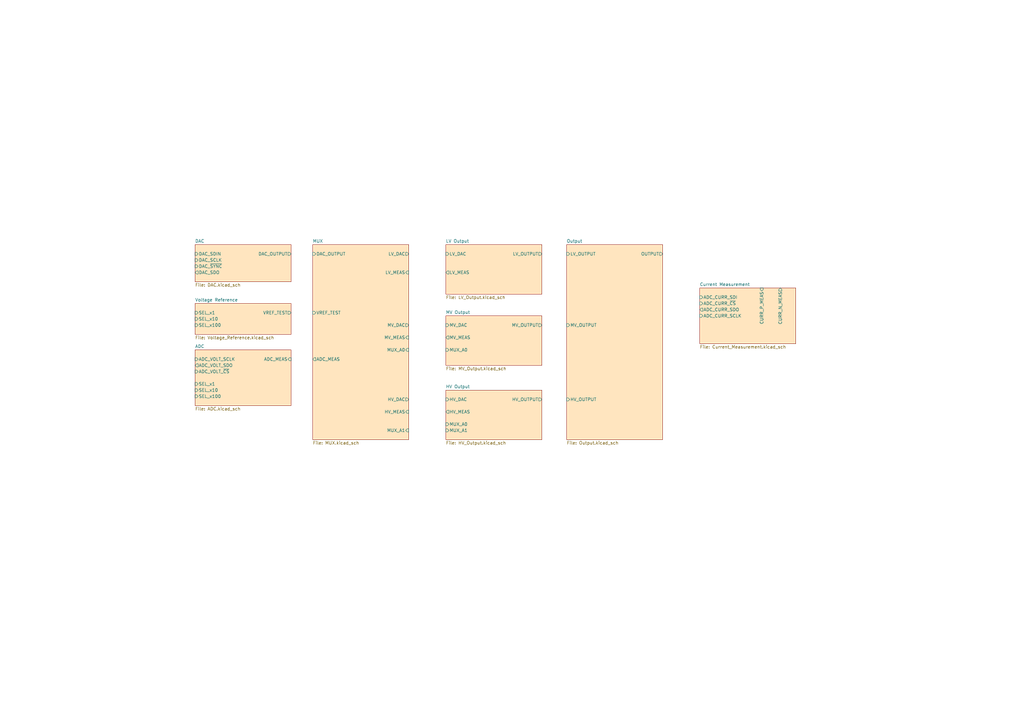
<source format=kicad_sch>
(kicad_sch
	(version 20250114)
	(generator "eeschema")
	(generator_version "9.0")
	(uuid "a6a418c2-1972-4bc7-8377-7dfac85becfb")
	(paper "A3")
	(lib_symbols)
	(sheet
		(at 182.88 100.33)
		(size 39.37 20.32)
		(exclude_from_sim no)
		(in_bom yes)
		(on_board yes)
		(dnp no)
		(fields_autoplaced yes)
		(stroke
			(width 0.1524)
			(type solid)
		)
		(fill
			(color 255 229 191 1.0000)
		)
		(uuid "0898eb57-afff-4e93-82f5-5379cc95a973")
		(property "Sheetname" "LV Output"
			(at 182.88 99.6184 0)
			(effects
				(font
					(size 1.27 1.27)
				)
				(justify left bottom)
			)
		)
		(property "Sheetfile" "LV_Output.kicad_sch"
			(at 182.88 121.2346 0)
			(effects
				(font
					(size 1.27 1.27)
				)
				(justify left top)
			)
		)
		(pin "LV_OUTPUT" output
			(at 222.25 104.14 0)
			(uuid "bf613c68-e370-44df-8834-c7d0887cddc1")
			(effects
				(font
					(size 1.27 1.27)
				)
				(justify right)
			)
		)
		(pin "LV_DAC" input
			(at 182.88 104.14 180)
			(uuid "cd08d2e6-6196-4d8a-a7fe-e91bb4c02b7d")
			(effects
				(font
					(size 1.27 1.27)
				)
				(justify left)
			)
		)
		(pin "LV_MEAS" output
			(at 182.88 111.76 180)
			(uuid "f9a71a1f-060a-49f0-942b-c2a1cee493b0")
			(effects
				(font
					(size 1.27 1.27)
				)
				(justify left)
			)
		)
		(instances
			(project "ETH1CVOLT_B"
				(path "/18612734-e331-4379-b1d3-176cfdcf99d5/b64e35a5-c86f-43a6-acb5-469d75a46b72"
					(page "6")
				)
			)
		)
	)
	(sheet
		(at 182.88 129.54)
		(size 39.37 20.32)
		(exclude_from_sim no)
		(in_bom yes)
		(on_board yes)
		(dnp no)
		(fields_autoplaced yes)
		(stroke
			(width 0.1524)
			(type solid)
		)
		(fill
			(color 255 229 191 1.0000)
		)
		(uuid "1057ce79-fecf-4d24-b933-5c82b89cf20b")
		(property "Sheetname" "MV Output"
			(at 182.88 128.8284 0)
			(effects
				(font
					(size 1.27 1.27)
				)
				(justify left bottom)
			)
		)
		(property "Sheetfile" "MV_Output.kicad_sch"
			(at 182.88 150.4446 0)
			(effects
				(font
					(size 1.27 1.27)
				)
				(justify left top)
			)
		)
		(pin "MV_DAC" input
			(at 182.88 133.35 180)
			(uuid "22966e1a-fd71-4be4-87e4-c31349342ec1")
			(effects
				(font
					(size 1.27 1.27)
				)
				(justify left)
			)
		)
		(pin "MV_MEAS" output
			(at 182.88 138.43 180)
			(uuid "db3f87ef-d377-404c-8496-feb283ff9a3f")
			(effects
				(font
					(size 1.27 1.27)
				)
				(justify left)
			)
		)
		(pin "MUX_A0" input
			(at 182.88 143.51 180)
			(uuid "9dcdd123-2007-4e69-b5ae-fe26636871eb")
			(effects
				(font
					(size 1.27 1.27)
				)
				(justify left)
			)
		)
		(pin "MV_OUTPUT" output
			(at 222.25 133.35 0)
			(uuid "94d6e361-ba34-4754-bcb4-33e9264bc0ba")
			(effects
				(font
					(size 1.27 1.27)
				)
				(justify right)
			)
		)
		(instances
			(project "ETH1CVOLT_B"
				(path "/18612734-e331-4379-b1d3-176cfdcf99d5/b64e35a5-c86f-43a6-acb5-469d75a46b72"
					(page "5")
				)
			)
		)
	)
	(sheet
		(at 80.01 143.51)
		(size 39.37 22.86)
		(exclude_from_sim no)
		(in_bom yes)
		(on_board yes)
		(dnp no)
		(fields_autoplaced yes)
		(stroke
			(width 0.1524)
			(type solid)
		)
		(fill
			(color 255 229 191 1.0000)
		)
		(uuid "491d5013-f6ed-4b41-b769-ee3854033f07")
		(property "Sheetname" "ADC"
			(at 80.01 142.7984 0)
			(effects
				(font
					(size 1.27 1.27)
				)
				(justify left bottom)
			)
		)
		(property "Sheetfile" "ADC.kicad_sch"
			(at 80.01 166.9546 0)
			(effects
				(font
					(size 1.27 1.27)
				)
				(justify left top)
			)
		)
		(pin "ADC_VOLT_SCLK" input
			(at 80.01 147.32 180)
			(uuid "e31d4ae0-ce82-4632-9a82-b9720f0e43c8")
			(effects
				(font
					(size 1.27 1.27)
				)
				(justify left)
			)
		)
		(pin "ADC_VOLT_SDO" output
			(at 80.01 149.86 180)
			(uuid "4b5f17ce-2dfb-49db-b997-cdc67f1131fb")
			(effects
				(font
					(size 1.27 1.27)
				)
				(justify left)
			)
		)
		(pin "SEL_x100" input
			(at 80.01 162.56 180)
			(uuid "249d2101-b7e7-4f5b-b17f-2d129c2ca5bc")
			(effects
				(font
					(size 1.27 1.27)
				)
				(justify left)
			)
		)
		(pin "SEL_x1" input
			(at 80.01 157.48 180)
			(uuid "5912d85f-545b-45c9-bd8e-50ff9b1c04cf")
			(effects
				(font
					(size 1.27 1.27)
				)
				(justify left)
			)
		)
		(pin "SEL_x10" input
			(at 80.01 160.02 180)
			(uuid "72c869e5-bcc0-4a8e-bdd7-47ddec9bc91b")
			(effects
				(font
					(size 1.27 1.27)
				)
				(justify left)
			)
		)
		(pin "ADC_VOLT_~{CS}" input
			(at 80.01 152.4 180)
			(uuid "2b4d486f-0d3b-4414-bc22-9c4e8797287c")
			(effects
				(font
					(size 1.27 1.27)
				)
				(justify left)
			)
		)
		(pin "ADC_MEAS" input
			(at 119.38 147.32 0)
			(uuid "34784485-2820-43ea-8adf-a745fea9319d")
			(effects
				(font
					(size 1.27 1.27)
				)
				(justify right)
			)
		)
		(instances
			(project "ETH1CVOLT_B"
				(path "/18612734-e331-4379-b1d3-176cfdcf99d5/b64e35a5-c86f-43a6-acb5-469d75a46b72"
					(page "4")
				)
			)
		)
	)
	(sheet
		(at 287.02 118.11)
		(size 39.37 22.86)
		(exclude_from_sim no)
		(in_bom yes)
		(on_board yes)
		(dnp no)
		(fields_autoplaced yes)
		(stroke
			(width 0.1524)
			(type solid)
		)
		(fill
			(color 255 229 191 1.0000)
		)
		(uuid "6ad06e4a-63e7-4d21-8547-f0ec75510858")
		(property "Sheetname" "Current Measurement"
			(at 287.02 117.3984 0)
			(effects
				(font
					(size 1.27 1.27)
				)
				(justify left bottom)
			)
		)
		(property "Sheetfile" "Current_Measurement.kicad_sch"
			(at 287.02 141.5546 0)
			(effects
				(font
					(size 1.27 1.27)
				)
				(justify left top)
			)
		)
		(pin "ADC_CURR_SCLK" input
			(at 287.02 129.54 180)
			(uuid "b309254e-f812-4ef5-ae89-497b73149386")
			(effects
				(font
					(size 1.27 1.27)
				)
				(justify left)
			)
		)
		(pin "CURR_P_MEAS" input
			(at 312.42 118.11 90)
			(uuid "95d36fa3-ee9f-4445-8547-d6d42916e4e7")
			(effects
				(font
					(size 1.27 1.27)
				)
				(justify right)
			)
		)
		(pin "CURR_N_MEAS" output
			(at 320.04 118.11 90)
			(uuid "cc390892-a7a9-425a-8222-a7d6a3a5fddb")
			(effects
				(font
					(size 1.27 1.27)
				)
				(justify right)
			)
		)
		(pin "ADC_CURR_SDI" input
			(at 287.02 121.92 180)
			(uuid "2e800840-e138-4dda-a5d6-8831038ca5f7")
			(effects
				(font
					(size 1.27 1.27)
				)
				(justify left)
			)
		)
		(pin "ADC_CURR_~{CS}" input
			(at 287.02 124.46 180)
			(uuid "56714917-c5f0-4d39-8473-e47c4ad5d0b4")
			(effects
				(font
					(size 1.27 1.27)
				)
				(justify left)
			)
		)
		(pin "ADC_CURR_SDO" output
			(at 287.02 127 180)
			(uuid "fb86a08f-15e1-4ed4-ba83-38cac485b5c0")
			(effects
				(font
					(size 1.27 1.27)
				)
				(justify left)
			)
		)
		(instances
			(project "ETH1CVOLT_B"
				(path "/18612734-e331-4379-b1d3-176cfdcf99d5/b64e35a5-c86f-43a6-acb5-469d75a46b72"
					(page "11")
				)
			)
		)
	)
	(sheet
		(at 232.41 100.33)
		(size 39.37 80.01)
		(exclude_from_sim no)
		(in_bom yes)
		(on_board yes)
		(dnp no)
		(fields_autoplaced yes)
		(stroke
			(width 0.1524)
			(type solid)
		)
		(fill
			(color 255 229 191 1.0000)
		)
		(uuid "81c204f4-2589-4141-915e-6bfa5a3fd9a1")
		(property "Sheetname" "Output"
			(at 232.41 99.6184 0)
			(effects
				(font
					(size 1.27 1.27)
				)
				(justify left bottom)
			)
		)
		(property "Sheetfile" "Output.kicad_sch"
			(at 232.41 180.9246 0)
			(effects
				(font
					(size 1.27 1.27)
				)
				(justify left top)
			)
		)
		(pin "HV_OUTPUT" input
			(at 232.41 163.83 180)
			(uuid "e8d1f2c0-fc94-4d59-9812-76959700bd2c")
			(effects
				(font
					(size 1.27 1.27)
				)
				(justify left)
			)
		)
		(pin "LV_OUTPUT" input
			(at 232.41 104.14 180)
			(uuid "e9b43f97-11c5-4d63-ba87-7de6fc260b2c")
			(effects
				(font
					(size 1.27 1.27)
				)
				(justify left)
			)
		)
		(pin "MV_OUTPUT" input
			(at 232.41 133.35 180)
			(uuid "f2bcb941-1cac-4e2e-8610-14cb4a759b23")
			(effects
				(font
					(size 1.27 1.27)
				)
				(justify left)
			)
		)
		(pin "OUTPUT" output
			(at 271.78 104.14 0)
			(uuid "4a80f70c-1bfa-4615-81c9-3c11baf8a8a5")
			(effects
				(font
					(size 1.27 1.27)
				)
				(justify right)
			)
		)
		(instances
			(project "ETH1CVOLT_B"
				(path "/18612734-e331-4379-b1d3-176cfdcf99d5/b64e35a5-c86f-43a6-acb5-469d75a46b72"
					(page "10")
				)
			)
		)
	)
	(sheet
		(at 80.01 124.46)
		(size 39.37 12.7)
		(exclude_from_sim no)
		(in_bom yes)
		(on_board yes)
		(dnp no)
		(fields_autoplaced yes)
		(stroke
			(width 0.1524)
			(type solid)
		)
		(fill
			(color 255 229 191 1.0000)
		)
		(uuid "bcfb0e39-33a0-49fc-a1d3-17493c55337d")
		(property "Sheetname" "Voltage Reference"
			(at 80.01 123.7484 0)
			(effects
				(font
					(size 1.27 1.27)
				)
				(justify left bottom)
			)
		)
		(property "Sheetfile" "Voltage_Reference.kicad_sch"
			(at 80.01 137.7446 0)
			(effects
				(font
					(size 1.27 1.27)
				)
				(justify left top)
			)
		)
		(pin "SEL_x10" input
			(at 80.01 130.81 180)
			(uuid "0fced445-8190-4b43-a015-09a45f7534d7")
			(effects
				(font
					(size 1.27 1.27)
				)
				(justify left)
			)
		)
		(pin "VREF_TEST" output
			(at 119.38 128.27 0)
			(uuid "96463eb9-4c32-4607-8592-cd437dad2166")
			(effects
				(font
					(size 1.27 1.27)
				)
				(justify right)
			)
		)
		(pin "SEL_x1" input
			(at 80.01 128.27 180)
			(uuid "256e4409-455d-4349-a5a0-207b25e98686")
			(effects
				(font
					(size 1.27 1.27)
				)
				(justify left)
			)
		)
		(pin "SEL_x100" input
			(at 80.01 133.35 180)
			(uuid "155fbeda-e2d0-4d86-8846-bddd8a34b81b")
			(effects
				(font
					(size 1.27 1.27)
				)
				(justify left)
			)
		)
		(instances
			(project "ETH1CVOLT_B"
				(path "/18612734-e331-4379-b1d3-176cfdcf99d5/b64e35a5-c86f-43a6-acb5-469d75a46b72"
					(page "9")
				)
			)
		)
	)
	(sheet
		(at 182.88 160.02)
		(size 39.37 20.32)
		(exclude_from_sim no)
		(in_bom yes)
		(on_board yes)
		(dnp no)
		(fields_autoplaced yes)
		(stroke
			(width 0.1524)
			(type solid)
		)
		(fill
			(color 255 229 191 1.0000)
		)
		(uuid "d441a377-bbc5-43e3-9bee-7a77827b9964")
		(property "Sheetname" "HV Output"
			(at 182.88 159.3084 0)
			(effects
				(font
					(size 1.27 1.27)
				)
				(justify left bottom)
			)
		)
		(property "Sheetfile" "HV_Output.kicad_sch"
			(at 182.88 180.9246 0)
			(effects
				(font
					(size 1.27 1.27)
				)
				(justify left top)
			)
		)
		(pin "MUX_A0" input
			(at 182.88 173.99 180)
			(uuid "cc2a3d4c-4b69-4c5f-880c-4ceb07ad4460")
			(effects
				(font
					(size 1.27 1.27)
				)
				(justify left)
			)
		)
		(pin "HV_DAC" input
			(at 182.88 163.83 180)
			(uuid "17905a67-af17-4153-8db6-07f37a376697")
			(effects
				(font
					(size 1.27 1.27)
				)
				(justify left)
			)
		)
		(pin "HV_MEAS" output
			(at 182.88 168.91 180)
			(uuid "996fc8d3-3eff-4f0a-85ab-7bfae9097437")
			(effects
				(font
					(size 1.27 1.27)
				)
				(justify left)
			)
		)
		(pin "HV_OUTPUT" output
			(at 222.25 163.83 0)
			(uuid "e3195326-20aa-49d9-874a-7d33c7478e35")
			(effects
				(font
					(size 1.27 1.27)
				)
				(justify right)
			)
		)
		(pin "MUX_A1" input
			(at 182.88 176.53 180)
			(uuid "2ebe0bef-459c-4db9-a1c0-576c4c76de11")
			(effects
				(font
					(size 1.27 1.27)
				)
				(justify left)
			)
		)
		(instances
			(project "ETH1CVOLT_B"
				(path "/18612734-e331-4379-b1d3-176cfdcf99d5/b64e35a5-c86f-43a6-acb5-469d75a46b72"
					(page "8")
				)
			)
		)
	)
	(sheet
		(at 128.27 100.33)
		(size 39.37 80.01)
		(exclude_from_sim no)
		(in_bom yes)
		(on_board yes)
		(dnp no)
		(fields_autoplaced yes)
		(stroke
			(width 0.1524)
			(type solid)
		)
		(fill
			(color 255 229 191 1.0000)
		)
		(uuid "dab81acb-601b-4578-836c-bbc42190f256")
		(property "Sheetname" "MUX"
			(at 128.27 99.6184 0)
			(effects
				(font
					(size 1.27 1.27)
				)
				(justify left bottom)
			)
		)
		(property "Sheetfile" "MUX.kicad_sch"
			(at 128.27 180.9246 0)
			(effects
				(font
					(size 1.27 1.27)
				)
				(justify left top)
			)
		)
		(pin "HV_DAC" output
			(at 167.64 163.83 0)
			(uuid "5216bba8-d85b-41d0-ac38-18d9a2e0610b")
			(effects
				(font
					(size 1.27 1.27)
				)
				(justify right)
			)
		)
		(pin "LV_MEAS" input
			(at 167.64 111.76 0)
			(uuid "b721b0d0-1f5a-4642-a203-9a74460347c8")
			(effects
				(font
					(size 1.27 1.27)
				)
				(justify right)
			)
		)
		(pin "LV_DAC" output
			(at 167.64 104.14 0)
			(uuid "1f7f8da9-fabf-4264-b275-5be4336dfacc")
			(effects
				(font
					(size 1.27 1.27)
				)
				(justify right)
			)
		)
		(pin "DAC_OUTPUT" input
			(at 128.27 104.14 180)
			(uuid "316fb930-7599-4086-913a-8db9cdce22d1")
			(effects
				(font
					(size 1.27 1.27)
				)
				(justify left)
			)
		)
		(pin "ADC_MEAS" output
			(at 128.27 147.32 180)
			(uuid "2850ffbc-105a-4f8c-a028-cc2f3de0af43")
			(effects
				(font
					(size 1.27 1.27)
				)
				(justify left)
			)
		)
		(pin "VREF_TEST" input
			(at 128.27 128.27 180)
			(uuid "294ae9e8-0094-4995-9142-57df8d515f7c")
			(effects
				(font
					(size 1.27 1.27)
				)
				(justify left)
			)
		)
		(pin "MUX_A0" input
			(at 167.64 143.51 0)
			(uuid "3ee0a3bb-4b28-4c11-b10f-1f1f88b36915")
			(effects
				(font
					(size 1.27 1.27)
				)
				(justify right)
			)
		)
		(pin "HV_MEAS" input
			(at 167.64 168.91 0)
			(uuid "635ae16d-9f7e-4d83-b0e8-7f1445d1c6c1")
			(effects
				(font
					(size 1.27 1.27)
				)
				(justify right)
			)
		)
		(pin "MV_DAC" output
			(at 167.64 133.35 0)
			(uuid "8515ae5e-04da-4711-9734-5a543ebab5f4")
			(effects
				(font
					(size 1.27 1.27)
				)
				(justify right)
			)
		)
		(pin "MUX_A1" input
			(at 167.64 176.53 0)
			(uuid "4927a555-b9de-42dc-a4cb-ba5c596aeb4e")
			(effects
				(font
					(size 1.27 1.27)
				)
				(justify right)
			)
		)
		(pin "MV_MEAS" input
			(at 167.64 138.43 0)
			(uuid "ca65795c-58de-4dd1-b31d-c08470624a21")
			(effects
				(font
					(size 1.27 1.27)
				)
				(justify right)
			)
		)
		(instances
			(project "ETH1CVOLT_B"
				(path "/18612734-e331-4379-b1d3-176cfdcf99d5/b64e35a5-c86f-43a6-acb5-469d75a46b72"
					(page "7")
				)
			)
		)
	)
	(sheet
		(at 80.01 100.33)
		(size 39.37 15.24)
		(exclude_from_sim no)
		(in_bom yes)
		(on_board yes)
		(dnp no)
		(fields_autoplaced yes)
		(stroke
			(width 0.1524)
			(type solid)
		)
		(fill
			(color 255 229 191 1.0000)
		)
		(uuid "e070f8b0-b8ae-4993-be35-2bc92e042c0e")
		(property "Sheetname" "DAC"
			(at 80.01 99.6184 0)
			(effects
				(font
					(size 1.27 1.27)
				)
				(justify left bottom)
			)
		)
		(property "Sheetfile" "DAC.kicad_sch"
			(at 80.01 116.1546 0)
			(effects
				(font
					(size 1.27 1.27)
				)
				(justify left top)
			)
		)
		(pin "DAC_SCLK" input
			(at 80.01 106.68 180)
			(uuid "517209a7-7ab9-4a38-a67c-6b1e4b28f539")
			(effects
				(font
					(size 1.27 1.27)
				)
				(justify left)
			)
		)
		(pin "DAC_~{SYNC}" input
			(at 80.01 109.22 180)
			(uuid "12782de5-94b1-4bba-affc-aad9be696b54")
			(effects
				(font
					(size 1.27 1.27)
				)
				(justify left)
			)
		)
		(pin "DAC_SDO" output
			(at 80.01 111.76 180)
			(uuid "1188ab9c-b92d-45f4-b0e5-586732c357ac")
			(effects
				(font
					(size 1.27 1.27)
				)
				(justify left)
			)
		)
		(pin "DAC_OUTPUT" output
			(at 119.38 104.14 0)
			(uuid "9b89e753-e9ab-4cd0-9a4d-20ec01be7311")
			(effects
				(font
					(size 1.27 1.27)
				)
				(justify right)
			)
		)
		(pin "DAC_SDIN" input
			(at 80.01 104.14 180)
			(uuid "68d961e4-ed3e-4588-9118-aead025695bb")
			(effects
				(font
					(size 1.27 1.27)
				)
				(justify left)
			)
		)
		(instances
			(project "ETH1CVOLT_B"
				(path "/18612734-e331-4379-b1d3-176cfdcf99d5/b64e35a5-c86f-43a6-acb5-469d75a46b72"
					(page "3")
				)
			)
		)
	)
)

</source>
